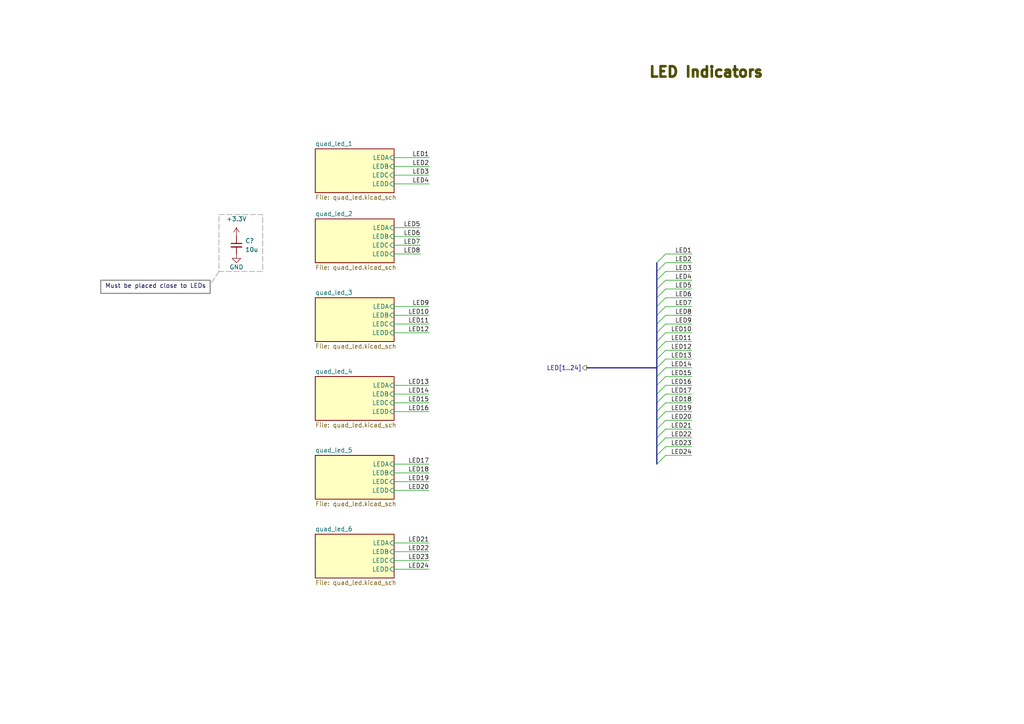
<source format=kicad_sch>
(kicad_sch (version 20230121) (generator eeschema)
  (paper "A4")
  (title_block (title "LED Indicators") (date "2023-12-15") (rev "R2.1"))
  (lib_symbols
    (symbol "Device:C_Small" (pin_numbers hide) (pin_names (offset 0.254) hide)
      (property "Reference" "C" (at 0.254 1.778 0))
      (property "Value" "C_Small" (at 0.254 -2.032 0))
      (symbol "C_Small_0_1"
        (polyline (pts (xy -1.524 -0.508) (xy 1.524 -0.508)) (stroke (width 0.3302)))
        (polyline (pts (xy -1.524 0.508) (xy 1.524 0.508)) (stroke (width 0.3048)))
      )
      (symbol "C_Small_1_1"
        (pin passive line (at 0 2.54 270) (length 2.032) (name "~") (number "1"))
        (pin passive line (at 0 -2.54 90) (length 2.032) (name "~") (number "2"))
      )
    )
    (symbol "power:+3.3V" (power) (pin_names (offset 0))
      (property "Value" "+3.3V" (at 0 3.556 0))
      (symbol "+3.3V_0_1"
        (polyline (pts (xy -0.762 1.27) (xy 0 2.54)))
        (polyline (pts (xy 0 0) (xy 0 2.54)))
        (polyline (pts (xy 0 2.54) (xy 0.762 1.27)))
      )
      (symbol "+3.3V_1_1"
        (pin power_in line (at 0 0 90) (length 0) hide (name "+3.3V") (number "1"))
      )
    )
    (symbol "power:GND" (power) (pin_names (offset 0))
      (property "Value" "GND" (at 0 -3.81 0))
      (symbol "GND_0_1"
        (polyline (pts (xy 0 0) (xy 0 -1.27) (xy 1.27 -1.27) (xy 0 -2.54) (xy -1.27 -1.27) (xy 0 -1.27)))
      )
      (symbol "GND_1_1"
        (pin power_in line (at 0 0 270) (length 0) hide (name "GND") (number "1"))
      )
    )
  )
  (bus_entry (at 193.04 96.52) (size -2.54 2.54))
  (bus_entry (at 190.5 86.36) (size 2.54 -2.54))
  (bus_entry (at 190.5 101.6) (size 2.54 -2.54))
  (bus_entry (at 190.5 111.76) (size 2.54 -2.54))
  (bus_entry (at 190.5 91.44) (size 2.54 -2.54))
  (bus_entry (at 190.5 76.2) (size 2.54 -2.54))
  (bus_entry (at 193.04 132.08) (size -2.54 2.54))
  (bus_entry (at 190.5 78.74) (size 2.54 -2.54))
  (bus_entry (at 190.5 81.28) (size 2.54 -2.54))
  (bus_entry (at 190.5 121.92) (size 2.54 -2.54))
  (bus_entry (at 190.5 129.54) (size 2.54 -2.54))
  (bus_entry (at 190.5 93.98) (size 2.54 -2.54))
  (bus_entry (at 190.5 127) (size 2.54 -2.54))
  (bus_entry (at 190.5 116.84) (size 2.54 -2.54))
  (bus_entry (at 190.5 88.9) (size 2.54 -2.54))
  (bus_entry (at 190.5 132.08) (size 2.54 -2.54))
  (bus_entry (at 190.5 83.82) (size 2.54 -2.54))
  (bus_entry (at 190.5 119.38) (size 2.54 -2.54))
  (bus_entry (at 190.5 96.52) (size 2.54 -2.54))
  (bus_entry (at 190.5 106.68) (size 2.54 -2.54))
  (bus_entry (at 193.04 121.92) (size -2.54 2.54))
  (bus_entry (at 190.5 104.14) (size 2.54 -2.54))
  (bus_entry (at 190.5 114.3) (size 2.54 -2.54))
  (bus_entry (at 190.5 109.22) (size 2.54 -2.54))
  (wire (pts (xy 114.3 88.9) (xy 124.46 88.9)))
  (wire (pts (xy 114.3 137.16) (xy 124.46 137.16)))
  (wire (pts (xy 114.3 48.26) (xy 124.46 48.26)))
  (wire (pts (xy 114.3 66.04) (xy 121.92 66.04)))
  (wire (pts (xy 193.04 76.2) (xy 200.66 76.2)))
  (wire (pts (xy 193.04 83.82) (xy 200.66 83.82)))
  (bus (pts (xy 190.5 119.38) (xy 190.5 121.92)))
  (wire (pts (xy 193.04 86.36) (xy 200.66 86.36)))
  (bus (pts (xy 190.5 132.08) (xy 190.5 134.62)))
  (wire (pts (xy 193.04 93.98) (xy 200.66 93.98)))
  (wire (pts (xy 114.3 160.02) (xy 124.46 160.02)))
  (wire (pts (xy 114.3 91.44) (xy 124.46 91.44)))
  (bus (pts (xy 190.5 109.22) (xy 190.5 111.76)))
  (bus (pts (xy 190.5 93.98) (xy 190.5 96.52)))
  (wire (pts (xy 114.3 53.34) (xy 124.46 53.34)))
  (wire (pts (xy 193.04 91.44) (xy 200.66 91.44)))
  (wire (pts (xy 193.04 88.9) (xy 200.66 88.9)))
  (bus (pts (xy 190.5 129.54) (xy 190.5 132.08)))
  (wire (pts (xy 114.3 96.52) (xy 124.46 96.52)))
  (bus (pts (xy 190.5 124.46) (xy 190.5 127)))
  (bus (pts (xy 190.5 106.68) (xy 190.5 109.22)))
  (bus (pts (xy 190.5 96.52) (xy 190.5 99.06)))
  (wire (pts (xy 114.3 45.72) (xy 124.46 45.72)))
  (wire (pts (xy 193.04 111.76) (xy 200.66 111.76)))
  (bus (pts (xy 190.5 121.92) (xy 190.5 124.46)))
  (bus (pts (xy 190.5 86.36) (xy 190.5 88.9)))
  (wire (pts (xy 114.3 50.8) (xy 124.46 50.8)))
  (wire (pts (xy 200.66 73.66) (xy 193.04 73.66)))
  (wire (pts (xy 193.04 127) (xy 200.66 127)))
  (wire (pts (xy 193.04 101.6) (xy 200.66 101.6)))
  (bus (pts (xy 190.5 76.2) (xy 190.5 78.74)))
  (polyline (pts (xy 63.5 78.74) (xy 60.96 82.55)) (stroke (width 0.15) (type dash) (color 132 132 132 1)))
  (wire (pts (xy 114.3 111.76) (xy 124.46 111.76)))
  (bus (pts (xy 190.5 83.82) (xy 190.5 86.36)))
  (wire (pts (xy 193.04 129.54) (xy 200.66 129.54)))
  (wire (pts (xy 193.04 121.92) (xy 200.66 121.92)))
  (wire (pts (xy 193.04 132.08) (xy 200.66 132.08)))
  (wire (pts (xy 114.3 93.98) (xy 124.46 93.98)))
  (wire (pts (xy 114.3 114.3) (xy 124.46 114.3)))
  (wire (pts (xy 114.3 73.66) (xy 121.92 73.66)))
  (wire (pts (xy 193.04 96.52) (xy 200.66 96.52)))
  (wire (pts (xy 193.04 119.38) (xy 200.66 119.38)))
  (wire (pts (xy 114.3 139.7) (xy 124.46 139.7)))
  (bus (pts (xy 190.5 127) (xy 190.5 129.54)))
  (wire (pts (xy 114.3 165.1) (xy 124.46 165.1)))
  (bus (pts (xy 190.5 88.9) (xy 190.5 91.44)))
  (bus (pts (xy 190.5 116.84) (xy 190.5 119.38)))
  (bus (pts (xy 190.5 99.06) (xy 190.5 101.6)))
  (wire (pts (xy 114.3 142.24) (xy 124.46 142.24)))
  (wire (pts (xy 193.04 116.84) (xy 200.66 116.84)))
  (bus (pts (xy 170.18 106.68) (xy 190.5 106.68)))
  (wire (pts (xy 114.3 134.62) (xy 124.46 134.62)))
  (wire (pts (xy 114.3 116.84) (xy 124.46 116.84)))
  (wire (pts (xy 193.04 106.68) (xy 200.66 106.68)))
  (bus (pts (xy 190.5 78.74) (xy 190.5 81.28)))
  (wire (pts (xy 114.3 68.58) (xy 121.92 68.58)))
  (wire (pts (xy 193.04 104.14) (xy 200.66 104.14)))
  (bus (pts (xy 190.5 104.14) (xy 190.5 106.68)))
  (wire (pts (xy 114.3 157.48) (xy 124.46 157.48)))
  (bus (pts (xy 190.5 114.3) (xy 190.5 116.84)))
  (bus (pts (xy 190.5 111.76) (xy 190.5 114.3)))
  (wire (pts (xy 193.04 114.3) (xy 200.66 114.3)))
  (wire (pts (xy 193.04 124.46) (xy 200.66 124.46)))
  (wire (pts (xy 193.04 81.28) (xy 200.66 81.28)))
  (bus (pts (xy 190.5 101.6) (xy 190.5 104.14)))
  (wire (pts (xy 114.3 119.38) (xy 124.46 119.38)))
  (wire (pts (xy 114.3 162.56) (xy 124.46 162.56)))
  (wire (pts (xy 193.04 99.06) (xy 200.66 99.06)))
  (bus (pts (xy 190.5 81.28) (xy 190.5 83.82)))
  (wire (pts (xy 193.04 109.22) (xy 200.66 109.22)))
  (bus (pts (xy 190.5 91.44) (xy 190.5 93.98)))
  (wire (pts (xy 114.3 71.12) (xy 121.92 71.12)))
  (wire (pts (xy 193.04 78.74) (xy 200.66 78.74)))
  (rectangle (start 29.21 81.28) (end 60.96 85.09) (stroke (width 0.3) (color 132 132 132 1)))
  (rectangle (start 63.5 62.23) (end 76.2 78.74) (stroke (width 0.15) (type dash) (color 132 132 132 1)))
  (text "Must be placed close to LEDs" (at 30.48 83.82 0) (effects (font (size 1.27 1.27)) (justify left bottom)))
  (text "${TITLE}" (at 187.96 22.86 0) (effects (font (size 3 3) (thickness 0.8) bold) (justify left bottom)))
  (label "LED8" (at 200.66 91.44 180))
  (label "LED4" (at 200.66 81.28 180))
  (label "LED18" (at 200.66 116.84 180))
  (label "LED22" (at 200.66 127 180))
  (label "LED19" (at 200.66 119.38 180))
  (label "LED5" (at 200.66 83.82 180))
  (label "LED12" (at 200.66 101.6 180))
  (label "LED18" (at 124.46 137.16 180))
  (label "LED21" (at 124.46 157.48 180))
  (label "LED7" (at 121.92 71.12 180))
  (label "LED16" (at 124.46 119.38 180))
  (label "LED8" (at 121.92 73.66 180))
  (label "LED13" (at 124.46 111.76 180))
  (label "LED3" (at 124.46 50.8 180))
  (label "LED1" (at 124.46 45.72 180))
  (label "LED17" (at 200.66 114.3 180))
  (label "LED20" (at 124.46 142.24 180))
  (label "LED2" (at 200.66 76.2 180))
  (label "LED19" (at 124.46 139.7 180))
  (label "LED11" (at 124.46 93.98 180))
  (label "LED14" (at 200.66 106.68 180))
  (label "LED11" (at 200.66 99.06 180))
  (label "LED5" (at 121.92 66.04 180))
  (label "LED1" (at 200.66 73.66 180))
  (label "LED21" (at 200.66 124.46 180))
  (label "LED10" (at 200.66 96.52 180))
  (label "LED13" (at 200.66 104.14 180))
  (label "LED2" (at 124.46 48.26 180))
  (label "LED15" (at 200.66 109.22 180))
  (label "LED10" (at 124.46 91.44 180))
  (label "LED24" (at 124.46 165.1 180))
  (label "LED14" (at 124.46 114.3 180))
  (label "LED22" (at 124.46 160.02 180))
  (label "LED15" (at 124.46 116.84 180))
  (label "LED4" (at 124.46 53.34 180))
  (label "LED12" (at 124.46 96.52 180))
  (label "LED7" (at 200.66 88.9 180))
  (label "LED16" (at 200.66 111.76 180))
  (label "LED6" (at 121.92 68.58 180))
  (label "LED23" (at 200.66 129.54 180))
  (label "LED17" (at 124.46 134.62 180))
  (label "LED3" (at 200.66 78.74 180))
  (label "LED23" (at 124.46 162.56 180))
  (label "LED24" (at 200.66 132.08 180))
  (label "LED20" (at 200.66 121.92 180))
  (label "LED6" (at 200.66 86.36 180))
  (label "LED9" (at 200.66 93.98 180))
  (label "LED9" (at 124.46 88.9 180))
  (hierarchical_label "LED[1..24]" (shape output) (at 170.18 106.68 180))
  (symbol (lib_id "power:GND") (at 68.58 73.66 0) (unit 1)
    (property "Reference" "#PWR?" (effects hide))
    (property "Value" "GND" (at 68.58 77.47 0))
    (instances (project "serial_io_expander" (path "" (reference "#PWR?") (unit 1)) (path "" (reference "#PWR?") (unit 1)) (path "" (reference "#PWR0199") (unit 1))))
  )
  (symbol (lib_id "Device:C_Small") (at 68.58 71.12 0) (unit 1)
    (property "Reference" "C?" (at 71.12 69.8563 0) (effects (justify left)))
    (property "Value" "10u" (at 71.12 72.3963 0) (effects (justify left)))
    (property "Footprint" "Capacitor_SMD:C_0805_2012Metric" (effects hide))
    (property "PartkeeprID" "52" (effects hide))
    (instances (project "serial_io_expander" (path "" (reference "C?") (unit 1)) (path "" (reference "C?") (unit 1)) (path "" (reference "C13") (unit 1))))
  )
  (symbol (lib_id "power:+3.3V") (at 68.58 68.58 0) (unit 1)
    (property "Reference" "#PWR?" (effects hide))
    (property "Value" "+3.3V" (at 68.58 63.5 0))
    (instances (project "serial_io_expander" (path "" (reference "#PWR?") (unit 1)) (path "" (reference "#PWR?") (unit 1)) (path "" (reference "#PWR0200") (unit 1))))
  )
  (sheet (at 91.44 86.36) (size 22.86 12.7) (stroke (width 0.254)) (fill (color 255 255 194 1.0000))
    (property "Sheetname" "quad_led_3" (at 91.44 85.5976 0) (effects (justify left bottom)))
    (property "Sheetfile" "quad_led.kicad_sch" (at 91.44 99.6954 0) (effects (justify left top)))
    (pin "LEDC" input (at 114.3 93.98 0))
    (pin "LEDD" input (at 114.3 96.52 0))
    (pin "LEDA" input (at 114.3 88.9 0))
    (pin "LEDB" input (at 114.3 91.44 0))
  )
  (sheet (at 91.44 154.94) (size 22.86 12.7) (stroke (width 0.254)) (fill (color 255 255 194 1.0000))
    (property "Sheetname" "quad_led_6" (at 91.44 154.1776 0) (effects (justify left bottom)))
    (property "Sheetfile" "quad_led.kicad_sch" (at 91.44 168.2754 0) (effects (justify left top)))
    (pin "LEDC" input (at 114.3 162.56 0))
    (pin "LEDD" input (at 114.3 165.1 0))
    (pin "LEDA" input (at 114.3 157.48 0))
    (pin "LEDB" input (at 114.3 160.02 0))
  )
  (sheet (at 91.44 132.08) (size 22.86 12.7) (stroke (width 0.254)) (fill (color 255 255 194 1.0000))
    (property "Sheetname" "quad_led_5" (at 91.44 131.3176 0) (effects (justify left bottom)))
    (property "Sheetfile" "quad_led.kicad_sch" (at 91.44 145.4154 0) (effects (justify left top)))
    (pin "LEDC" input (at 114.3 139.7 0))
    (pin "LEDD" input (at 114.3 142.24 0))
    (pin "LEDA" input (at 114.3 134.62 0))
    (pin "LEDB" input (at 114.3 137.16 0))
  )
  (sheet (at 91.44 109.22) (size 22.86 12.7) (stroke (width 0.254)) (fill (color 255 255 194 1.0000))
    (property "Sheetname" "quad_led_4" (at 91.44 108.4576 0) (effects (justify left bottom)))
    (property "Sheetfile" "quad_led.kicad_sch" (at 91.44 122.5554 0) (effects (justify left top)))
    (pin "LEDC" input (at 114.3 116.84 0))
    (pin "LEDD" input (at 114.3 119.38 0))
    (pin "LEDA" input (at 114.3 111.76 0))
    (pin "LEDB" input (at 114.3 114.3 0))
  )
  (sheet (at 91.44 63.5) (size 22.86 12.7) (stroke (width 0.254)) (fill (color 255 255 194 1.0000))
    (property "Sheetname" "quad_led_2" (at 91.44 62.7376 0) (effects (justify left bottom)))
    (property "Sheetfile" "quad_led.kicad_sch" (at 91.44 76.8354 0) (effects (justify left top)))
    (pin "LEDC" input (at 114.3 71.12 0))
    (pin "LEDD" input (at 114.3 73.66 0))
    (pin "LEDA" input (at 114.3 66.04 0))
    (pin "LEDB" input (at 114.3 68.58 0))
  )
  (sheet (at 91.44 43.18) (size 22.86 12.7) (stroke (width 0.254)) (fill (color 255 255 194 1.0000))
    (property "Sheetname" "quad_led_1" (at 91.44 42.4176 0) (effects (justify left bottom)))
    (property "Sheetfile" "quad_led.kicad_sch" (at 91.44 56.5154 0) (effects (justify left top)))
    (pin "LEDC" input (at 114.3 50.8 0))
    (pin "LEDD" input (at 114.3 53.34 0))
    (pin "LEDA" input (at 114.3 45.72 0))
    (pin "LEDB" input (at 114.3 48.26 0))
  )
)
</source>
